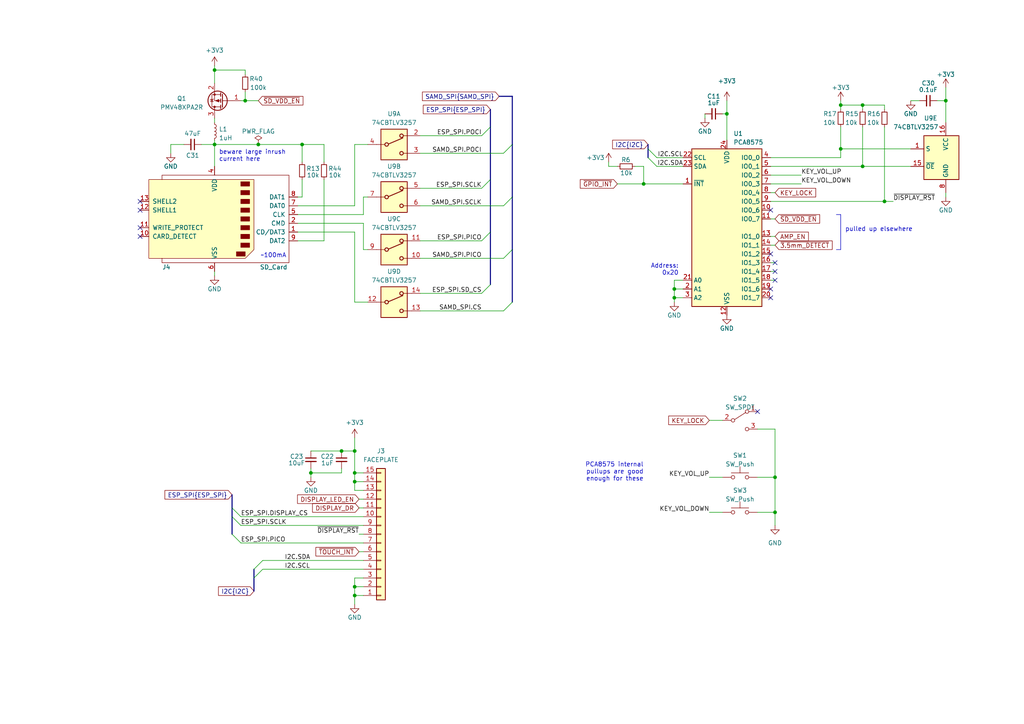
<source format=kicad_sch>
(kicad_sch (version 20230121) (generator eeschema)
  (paper "A4")
  (title_block (title "gay ipod storage + usb interface") (date "2022-09-04") (rev "1"))
  (lib_symbols
    (symbol "74xx:74CBTLV3257"
      (property "Reference" "U" (at 17.78 1.27 0))
      (property "Value" "74CBTLV3257" (at 15.24 -1.27 0))
      (symbol "74CBTLV3257_1_1"
        (rectangle (start -3.81 4.445) (end 3.81 -4.445) (stroke (width 0.254)) (fill (type background)))
        (circle (center -2.159 0) (radius 0.508) (stroke (width 0.254)))
        (polyline (pts (xy -5.08 0) (xy -2.794 0)))
        (polyline (pts (xy -1.651 0.127) (xy 2.54 1.905)) (stroke (width 0.254)))
        (polyline (pts (xy 5.08 -2.54) (xy 2.794 -2.54)))
        (polyline (pts (xy 5.08 2.54) (xy 2.794 2.54)))
        (circle (center 2.159 -2.54) (radius 0.508) (stroke (width 0.254)))
        (circle (center 2.159 2.54) (radius 0.508) (stroke (width 0.254)))
        (pin passive line (at 7.62 2.54 180) (length 2.54) (name "~") (number "2"))
        (pin passive line (at 7.62 -2.54 180) (length 2.54) (name "~") (number "3"))
        (pin passive line (at -7.62 0 0) (length 2.54) (name "~") (number "4"))
      )
      (symbol "74CBTLV3257_2_1"
        (rectangle (start -3.81 4.445) (end 3.81 -4.445) (stroke (width 0.254)) (fill (type background)))
        (circle (center -2.159 0) (radius 0.508) (stroke (width 0.254)))
        (polyline (pts (xy -5.08 0) (xy -2.794 0)))
        (polyline (pts (xy -1.651 0.127) (xy 2.54 1.905)) (stroke (width 0.254)))
        (polyline (pts (xy 5.08 -2.54) (xy 2.794 -2.54)))
        (polyline (pts (xy 5.08 2.54) (xy 2.794 2.54)))
        (circle (center 2.159 -2.54) (radius 0.508) (stroke (width 0.254)))
        (circle (center 2.159 2.54) (radius 0.508) (stroke (width 0.254)))
        (pin passive line (at 7.62 2.54 180) (length 2.54) (name "~") (number "5"))
        (pin passive line (at 7.62 -2.54 180) (length 2.54) (name "~") (number "6"))
        (pin passive line (at -7.62 0 0) (length 2.54) (name "~") (number "7"))
      )
      (symbol "74CBTLV3257_3_1"
        (rectangle (start -3.81 4.445) (end 3.81 -4.445) (stroke (width 0.254)) (fill (type background)))
        (circle (center -2.159 0) (radius 0.508) (stroke (width 0.254)))
        (polyline (pts (xy -5.08 0) (xy -2.794 0)))
        (polyline (pts (xy -1.651 0.127) (xy 2.54 1.905)) (stroke (width 0.254)))
        (polyline (pts (xy 5.08 -2.54) (xy 2.794 -2.54)))
        (polyline (pts (xy 5.08 2.54) (xy 2.794 2.54)))
        (circle (center 2.159 -2.54) (radius 0.508) (stroke (width 0.254)))
        (circle (center 2.159 2.54) (radius 0.508) (stroke (width 0.254)))
        (pin passive line (at 7.62 -2.54 180) (length 2.54) (name "~") (number "10"))
        (pin passive line (at 7.62 2.54 180) (length 2.54) (name "~") (number "11"))
        (pin passive line (at -7.62 0 0) (length 2.54) (name "~") (number "9"))
      )
      (symbol "74CBTLV3257_4_1"
        (rectangle (start -3.81 4.445) (end 3.81 -4.445) (stroke (width 0.254)) (fill (type background)))
        (circle (center -2.159 0) (radius 0.508) (stroke (width 0.254)))
        (polyline (pts (xy -5.08 0) (xy -2.794 0)))
        (polyline (pts (xy -1.651 0.127) (xy 2.54 1.905)) (stroke (width 0.254)))
        (polyline (pts (xy 5.08 -2.54) (xy 2.794 -2.54)))
        (polyline (pts (xy 5.08 2.54) (xy 2.794 2.54)))
        (circle (center 2.159 -2.54) (radius 0.508) (stroke (width 0.254)))
        (circle (center 2.159 2.54) (radius 0.508) (stroke (width 0.254)))
        (pin passive line (at -7.62 0 0) (length 2.54) (name "~") (number "12"))
        (pin passive line (at 7.62 -2.54 180) (length 2.54) (name "~") (number "13"))
        (pin passive line (at 7.62 2.54 180) (length 2.54) (name "~") (number "14"))
      )
      (symbol "74CBTLV3257_5_1"
        (rectangle (start 3.81 6.35) (end -6.35 -6.35) (stroke (width 0.254)) (fill (type background)))
        (pin input line (at -10.16 2.54 0) (length 3.81) (name "S") (number "1"))
        (pin input line (at -10.16 -2.54 0) (length 3.81) (name "~{OE}") (number "15"))
        (pin power_in line (at 0 10.16 270) (length 3.81) (name "VCC") (number "16"))
        (pin power_in line (at 0 -10.16 90) (length 3.81) (name "GND") (number "8"))
      )
    )
    (symbol "Connector_Generic:Conn_01x15" (pin_names (offset 1.016) hide)
      (property "Reference" "J" (at 0 20.32 0))
      (property "Value" "Conn_01x15" (at 0 -20.32 0))
      (symbol "Conn_01x15_1_1"
        (rectangle (start -1.27 -17.653) (end 0 -17.907) (stroke (width 0.1524)))
        (rectangle (start -1.27 -15.113) (end 0 -15.367) (stroke (width 0.1524)))
        (rectangle (start -1.27 -12.573) (end 0 -12.827) (stroke (width 0.1524)))
        (rectangle (start -1.27 -10.033) (end 0 -10.287) (stroke (width 0.1524)))
        (rectangle (start -1.27 -7.493) (end 0 -7.747) (stroke (width 0.1524)))
        (rectangle (start -1.27 -4.953) (end 0 -5.207) (stroke (width 0.1524)))
        (rectangle (start -1.27 -2.413) (end 0 -2.667) (stroke (width 0.1524)))
        (rectangle (start -1.27 0.127) (end 0 -0.127) (stroke (width 0.1524)))
        (rectangle (start -1.27 2.667) (end 0 2.413) (stroke (width 0.1524)))
        (rectangle (start -1.27 5.207) (end 0 4.953) (stroke (width 0.1524)))
        (rectangle (start -1.27 7.747) (end 0 7.493) (stroke (width 0.1524)))
        (rectangle (start -1.27 10.287) (end 0 10.033) (stroke (width 0.1524)))
        (rectangle (start -1.27 12.827) (end 0 12.573) (stroke (width 0.1524)))
        (rectangle (start -1.27 15.367) (end 0 15.113) (stroke (width 0.1524)))
        (rectangle (start -1.27 17.907) (end 0 17.653) (stroke (width 0.1524)))
        (rectangle (start -1.27 19.05) (end 1.27 -19.05) (stroke (width 0.254)) (fill (type background)))
        (pin passive line (at -5.08 17.78 0) (length 3.81) (name "Pin_1") (number "1"))
        (pin passive line (at -5.08 -5.08 0) (length 3.81) (name "Pin_10") (number "10"))
        (pin passive line (at -5.08 -7.62 0) (length 3.81) (name "Pin_11") (number "11"))
        (pin passive line (at -5.08 -10.16 0) (length 3.81) (name "Pin_12") (number "12"))
        (pin passive line (at -5.08 -12.7 0) (length 3.81) (name "Pin_13") (number "13"))
        (pin passive line (at -5.08 -15.24 0) (length 3.81) (name "Pin_14") (number "14"))
        (pin passive line (at -5.08 -17.78 0) (length 3.81) (name "Pin_15") (number "15"))
        (pin passive line (at -5.08 15.24 0) (length 3.81) (name "Pin_2") (number "2"))
        (pin passive line (at -5.08 12.7 0) (length 3.81) (name "Pin_3") (number "3"))
        (pin passive line (at -5.08 10.16 0) (length 3.81) (name "Pin_4") (number "4"))
        (pin passive line (at -5.08 7.62 0) (length 3.81) (name "Pin_5") (number "5"))
        (pin passive line (at -5.08 5.08 0) (length 3.81) (name "Pin_6") (number "6"))
        (pin passive line (at -5.08 2.54 0) (length 3.81) (name "Pin_7") (number "7"))
        (pin passive line (at -5.08 0 0) (length 3.81) (name "Pin_8") (number "8"))
        (pin passive line (at -5.08 -2.54 0) (length 3.81) (name "Pin_9") (number "9"))
      )
    )
    (symbol "Device:C_Small" (pin_numbers hide) (pin_names (offset 0.254) hide)
      (property "Reference" "C" (at 0.254 1.778 0))
      (property "Value" "C_Small" (at 0.254 -2.032 0))
      (symbol "C_Small_0_1"
        (polyline (pts (xy -1.524 -0.508) (xy 1.524 -0.508)) (stroke (width 0.3302)))
        (polyline (pts (xy -1.524 0.508) (xy 1.524 0.508)) (stroke (width 0.3048)))
      )
      (symbol "C_Small_1_1"
        (pin passive line (at 0 2.54 270) (length 2.032) (name "~") (number "1"))
        (pin passive line (at 0 -2.54 90) (length 2.032) (name "~") (number "2"))
      )
    )
    (symbol "Device:L_Small" (pin_numbers hide) (pin_names (offset 0.254) hide)
      (property "Reference" "L" (at 0.762 1.016 0))
      (property "Value" "L_Small" (at 0.762 -1.016 0))
      (symbol "L_Small_0_1"
        (arc (start 0 -2.032) (mid 0.5058 -1.524) (end 0 -1.016))
        (arc (start 0 -1.016) (mid 0.5058 -0.508) (end 0 0))
        (arc (start 0 0) (mid 0.5058 0.508) (end 0 1.016))
        (arc (start 0 1.016) (mid 0.5058 1.524) (end 0 2.032))
      )
      (symbol "L_Small_1_1"
        (pin passive line (at 0 2.54 270) (length 0.508) (name "~") (number "1"))
        (pin passive line (at 0 -2.54 90) (length 0.508) (name "~") (number "2"))
      )
    )
    (symbol "Device:Q_PMOS_GSD" (pin_names (offset 0) hide)
      (property "Reference" "Q" (at 5.08 1.27 0))
      (property "Value" "Q_PMOS_GSD" (at 5.08 -1.27 0))
      (symbol "Q_PMOS_GSD_0_1"
        (polyline (pts (xy 0.254 0) (xy -2.54 0)))
        (polyline (pts (xy 0.254 1.905) (xy 0.254 -1.905)) (stroke (width 0.254)))
        (polyline (pts (xy 0.762 -1.27) (xy 0.762 -2.286)) (stroke (width 0.254)))
        (polyline (pts (xy 0.762 0.508) (xy 0.762 -0.508)) (stroke (width 0.254)))
        (polyline (pts (xy 0.762 2.286) (xy 0.762 1.27)) (stroke (width 0.254)))
        (polyline (pts (xy 2.54 2.54) (xy 2.54 1.778)))
        (polyline (pts (xy 2.54 -2.54) (xy 2.54 0) (xy 0.762 0)))
        (polyline (pts (xy 0.762 1.778) (xy 3.302 1.778) (xy 3.302 -1.778) (xy 0.762 -1.778)))
        (polyline (pts (xy 2.286 0) (xy 1.27 0.381) (xy 1.27 -0.381) (xy 2.286 0)) (fill (type outline)))
        (polyline (pts (xy 2.794 -0.508) (xy 2.921 -0.381) (xy 3.683 -0.381) (xy 3.81 -0.254)))
        (polyline (pts (xy 3.302 -0.381) (xy 2.921 0.254) (xy 3.683 0.254) (xy 3.302 -0.381)))
        (circle (center 1.651 0) (radius 2.794) (stroke (width 0.254)))
        (circle (center 2.54 -1.778) (radius 0.254) (fill (type outline)))
        (circle (center 2.54 1.778) (radius 0.254) (fill (type outline)))
      )
      (symbol "Q_PMOS_GSD_1_1"
        (pin input line (at -5.08 0 0) (length 2.54) (name "G") (number "1"))
        (pin passive line (at 2.54 -5.08 90) (length 2.54) (name "S") (number "2"))
        (pin passive line (at 2.54 5.08 270) (length 2.54) (name "D") (number "3"))
      )
    )
    (symbol "Device:R_Small" (pin_numbers hide) (pin_names (offset 0.254) hide)
      (property "Reference" "R" (at 0.762 0.508 0))
      (property "Value" "R_Small" (at 0.762 -1.016 0))
      (symbol "R_Small_0_1"
        (rectangle (start -0.762 1.778) (end 0.762 -1.778) (stroke (width 0.2032)))
      )
      (symbol "R_Small_1_1"
        (pin passive line (at 0 2.54 270) (length 0.762) (name "~") (number "1"))
        (pin passive line (at 0 -2.54 90) (length 0.762) (name "~") (number "2"))
      )
    )
    (symbol "Interface_Expansion:PCA9555D"
      (property "Reference" "U" (at -8.89 24.13 0))
      (property "Value" "PCA9555D" (at 6.35 24.13 0))
      (symbol "PCA9555D_0_1"
        (rectangle (start -10.16 22.86) (end 10.16 -22.86) (stroke (width 0.254)) (fill (type background)))
      )
      (symbol "PCA9555D_1_1"
        (pin open_collector line (at -12.7 12.7 0) (length 2.54) (name "~{INT}") (number "1"))
        (pin bidirectional line (at 12.7 5.08 180) (length 2.54) (name "IO0_6") (number "10"))
        (pin bidirectional line (at 12.7 2.54 180) (length 2.54) (name "IO0_7") (number "11"))
        (pin power_in line (at 0 -25.4 90) (length 2.54) (name "VSS") (number "12"))
        (pin bidirectional line (at 12.7 -2.54 180) (length 2.54) (name "IO1_0") (number "13"))
        (pin bidirectional line (at 12.7 -5.08 180) (length 2.54) (name "IO1_1") (number "14"))
        (pin bidirectional line (at 12.7 -7.62 180) (length 2.54) (name "IO1_2") (number "15"))
        (pin bidirectional line (at 12.7 -10.16 180) (length 2.54) (name "IO1_3") (number "16"))
        (pin bidirectional line (at 12.7 -12.7 180) (length 2.54) (name "IO1_4") (number "17"))
        (pin bidirectional line (at 12.7 -15.24 180) (length 2.54) (name "IO1_5") (number "18"))
        (pin bidirectional line (at 12.7 -17.78 180) (length 2.54) (name "IO1_6") (number "19"))
        (pin input line (at -12.7 -17.78 0) (length 2.54) (name "A1") (number "2"))
        (pin bidirectional line (at 12.7 -20.32 180) (length 2.54) (name "IO1_7") (number "20"))
        (pin input line (at -12.7 -15.24 0) (length 2.54) (name "A0") (number "21"))
        (pin input line (at -12.7 20.32 0) (length 2.54) (name "SCL") (number "22"))
        (pin bidirectional line (at -12.7 17.78 0) (length 2.54) (name "SDA") (number "23"))
        (pin power_in line (at 0 25.4 270) (length 2.54) (name "VDD") (number "24"))
        (pin input line (at -12.7 -20.32 0) (length 2.54) (name "A2") (number "3"))
        (pin bidirectional line (at 12.7 20.32 180) (length 2.54) (name "IO0_0") (number "4"))
        (pin bidirectional line (at 12.7 17.78 180) (length 2.54) (name "IO0_1") (number "5"))
        (pin bidirectional line (at 12.7 15.24 180) (length 2.54) (name "IO0_2") (number "6"))
        (pin bidirectional line (at 12.7 12.7 180) (length 2.54) (name "IO0_3") (number "7"))
        (pin bidirectional line (at 12.7 10.16 180) (length 2.54) (name "IO0_4") (number "8"))
        (pin bidirectional line (at 12.7 7.62 180) (length 2.54) (name "IO0_5") (number "9"))
      )
    )
    (symbol "Switch:SW_Push" (pin_numbers hide) (pin_names (offset 1.016) hide)
      (property "Reference" "SW" (at 1.27 2.54 0))
      (property "Value" "SW_Push" (at 0 -1.524 0))
      (symbol "SW_Push_0_1"
        (circle (center -2.032 0) (radius 0.508))
        (polyline (pts (xy 0 1.27) (xy 0 3.048)))
        (polyline (pts (xy 2.54 1.27) (xy -2.54 1.27)))
        (circle (center 2.032 0) (radius 0.508))
        (pin passive line (at -5.08 0 0) (length 2.54) (name "1") (number "1"))
        (pin passive line (at 5.08 0 180) (length 2.54) (name "2") (number "2"))
      )
    )
    (symbol "Switch:SW_SPDT" (pin_names (offset 0) hide)
      (property "Reference" "SW" (at 0 4.318 0))
      (property "Value" "SW_SPDT" (at 0 -5.08 0))
      (symbol "SW_SPDT_0_0"
        (circle (center -2.032 0) (radius 0.508))
        (circle (center 2.032 -2.54) (radius 0.508))
      )
      (symbol "SW_SPDT_0_1"
        (polyline (pts (xy -1.524 0.254) (xy 1.651 2.286)))
        (circle (center 2.032 2.54) (radius 0.508))
      )
      (symbol "SW_SPDT_1_1"
        (pin passive line (at 5.08 2.54 180) (length 2.54) (name "A") (number "1"))
        (pin passive line (at -5.08 0 0) (length 2.54) (name "B") (number "2"))
        (pin passive line (at 5.08 -2.54 180) (length 2.54) (name "C") (number "3"))
      )
    )
    (symbol "power:+3V3" (power) (pin_names (offset 0))
      (property "Value" "+3V3" (at 0 3.556 0))
      (symbol "+3V3_0_1"
        (polyline (pts (xy -0.762 1.27) (xy 0 2.54)))
        (polyline (pts (xy 0 0) (xy 0 2.54)))
        (polyline (pts (xy 0 2.54) (xy 0.762 1.27)))
      )
      (symbol "+3V3_1_1"
        (pin power_in line (at 0 0 90) (length 0) hide (name "+3V3") (number "1"))
      )
    )
    (symbol "power:GND" (power) (pin_names (offset 0))
      (property "Value" "GND" (at 0 -3.81 0))
      (symbol "GND_0_1"
        (polyline (pts (xy 0 0) (xy 0 -1.27) (xy 1.27 -1.27) (xy 0 -2.54) (xy -1.27 -1.27) (xy 0 -1.27)))
      )
      (symbol "GND_1_1"
        (pin power_in line (at 0 0 270) (length 0) hide (name "GND") (number "1"))
      )
    )
    (symbol "power:PWR_FLAG" (power) (pin_numbers hide) (pin_names (offset 0) hide)
      (property "Value" "PWR_FLAG" (at 0 3.81 0))
      (symbol "PWR_FLAG_0_0"
        (pin power_out line (at 0 0 90) (length 0) (name "pwr") (number "1"))
      )
      (symbol "PWR_FLAG_0_1"
        (polyline (pts (xy 0 0) (xy 0 1.27) (xy -1.016 1.905) (xy 0 2.54) (xy 1.016 1.905) (xy 0 1.27)))
      )
    )
    (symbol "symbols:SD_Card" (pin_names (offset 1.016))
      (property "Reference" "J" (at -16.51 13.97 0))
      (property "Value" "SD_Card" (at 15.24 -13.97 0))
      (symbol "SD_Card_0_1"
        (rectangle (start -8.89 -9.525) (end -6.35 -10.795) (fill (type outline)))
        (rectangle (start -8.89 -6.985) (end -6.35 -8.255) (fill (type outline)))
        (rectangle (start -8.89 -4.445) (end -6.35 -5.715) (fill (type outline)))
        (rectangle (start -8.89 -1.905) (end -6.35 -3.175) (fill (type outline)))
        (rectangle (start -8.89 0.635) (end -6.35 -0.635) (fill (type outline)))
        (rectangle (start -8.89 3.175) (end -6.35 1.905) (fill (type outline)))
        (rectangle (start -8.89 5.715) (end -6.35 4.445) (fill (type outline)))
        (rectangle (start -8.89 8.255) (end -6.35 6.985) (fill (type outline)))
        (rectangle (start -7.62 10.795) (end -5.08 9.525) (fill (type outline)))
        (polyline (pts (xy -10.16 8.89) (xy -7.62 11.43) (xy 20.32 11.43) (xy 20.32 -11.43) (xy -10.16 -11.43) (xy -10.16 8.89)) (fill (type background)))
        (polyline (pts (xy 16.51 11.43) (xy 16.51 12.7) (xy -20.32 12.7) (xy -20.32 -12.7) (xy 16.51 -12.7) (xy 16.51 -11.43)))
      )
      (symbol "SD_Card_1_1"
        (pin input line (at -22.86 3.81 0) (length 2.54) (name "CD/DAT3") (number "1"))
        (pin input line (at 22.86 5.08 180) (length 2.54) (name "CARD_DETECT") (number "10"))
        (pin input line (at 22.86 2.54 180) (length 2.54) (name "WRITE_PROTECT") (number "11"))
        (pin input line (at 22.86 -2.54 180) (length 2.54) (name "SHELL1") (number "12"))
        (pin input line (at 22.86 -5.08 180) (length 2.54) (name "SHELL2") (number "13"))
        (pin input line (at -22.86 1.27 0) (length 2.54) (name "CMD") (number "2"))
        (pin power_in line (at 1.27 15.24 270) (length 2.54) hide (name "VSS") (number "3"))
        (pin power_in line (at 1.27 -15.24 90) (length 2.54) (name "VDD") (number "4"))
        (pin input line (at -22.86 -1.27 0) (length 2.54) (name "CLK") (number "5"))
        (pin power_in line (at 1.27 15.24 270) (length 2.54) (name "VSS") (number "6"))
        (pin input line (at -22.86 -3.81 0) (length 2.54) (name "DAT0") (number "7"))
        (pin input line (at -22.86 -6.35 0) (length 2.54) (name "DAT1") (number "8"))
        (pin input line (at -22.86 6.35 0) (length 2.54) (name "DAT2") (number "9"))
      )
    )
  )
  (junction (at 195.58 86.36))
  (junction (at 102.87 139.7))
  (junction (at 99.06 130.81))
  (junction (at 102.87 170.18))
  (junction (at 74.93 41.91))
  (junction (at 243.84 43.18))
  (junction (at 62.23 20.32))
  (junction (at 102.87 172.72))
  (junction (at 274.32 29.21))
  (junction (at 224.79 148.59))
  (junction (at 243.84 30.48))
  (junction (at 250.19 48.26))
  (junction (at 102.87 137.16))
  (junction (at 210.82 33.02))
  (junction (at 87.63 41.91))
  (junction (at 195.58 83.82))
  (junction (at 62.23 41.91))
  (junction (at 250.19 30.48))
  (junction (at 256.54 58.42))
  (junction (at 224.79 138.43))
  (junction (at 71.12 29.21))
  (junction (at 90.17 137.16))
  (junction (at 102.87 130.81))
  (junction (at 186.69 53.34))
  (no_connect (at 224.79 76.2))
  (no_connect (at 224.79 78.74))
  (no_connect (at 40.64 58.42))
  (no_connect (at 40.64 66.04))
  (no_connect (at 224.79 81.28))
  (no_connect (at 223.52 86.36))
  (no_connect (at 40.64 68.58))
  (no_connect (at 223.52 73.66))
  (no_connect (at 219.71 119.38))
  (no_connect (at 40.64 60.96))
  (no_connect (at 223.52 83.82))
  (no_connect (at 223.52 60.96))
  (bus_entry (at 69.85 152.4) (size -2.54 -2.54))
  (bus_entry (at 187.96 43.18) (size 2.54 2.54))
  (bus_entry (at 139.7 69.85) (size 2.54 -2.54))
  (bus_entry (at 139.7 85.09) (size 2.54 -2.54))
  (bus_entry (at 139.7 39.37) (size 2.54 -2.54))
  (bus_entry (at 139.7 54.61) (size 2.54 -2.54))
  (bus_entry (at 187.96 45.72) (size 2.54 2.54))
  (bus_entry (at 146.05 44.45) (size 2.54 -2.54))
  (bus_entry (at 146.05 74.93) (size 2.54 -2.54))
  (bus_entry (at 146.05 59.69) (size 2.54 -2.54))
  (bus_entry (at 69.85 157.48) (size -2.54 -2.54))
  (bus_entry (at 73.66 165.1) (size 2.54 -2.54))
  (bus_entry (at 73.66 167.64) (size 2.54 -2.54))
  (bus_entry (at 146.05 90.17) (size 2.54 -2.54))
  (bus_entry (at 69.85 149.86) (size -2.54 -2.54))
  (wire (pts (xy 195.58 83.82) (xy 195.58 86.36)))
  (wire (pts (xy 195.58 86.36) (xy 195.58 87.63)))
  (bus (pts (xy 67.31 147.32) (xy 67.31 149.86)))
  (wire (pts (xy 224.79 138.43) (xy 224.79 148.59)))
  (polyline (pts (xy 242.57 72.39) (xy 243.84 72.39)))
  (wire (pts (xy 69.85 149.86) (xy 105.41 149.86)))
  (wire (pts (xy 219.71 124.46) (xy 224.79 124.46)))
  (wire (pts (xy 243.84 36.83) (xy 243.84 43.18)))
  (wire (pts (xy 259.08 58.42) (xy 256.54 58.42)))
  (bus (pts (xy 144.78 27.94) (xy 148.59 27.94)))
  (wire (pts (xy 90.17 130.81) (xy 99.06 130.81)))
  (wire (pts (xy 49.53 41.91) (xy 49.53 44.45)))
  (wire (pts (xy 102.87 172.72) (xy 105.41 172.72)))
  (bus (pts (xy 73.66 165.1) (xy 73.66 167.64)))
  (wire (pts (xy 62.23 80.01) (xy 62.23 78.74)))
  (wire (pts (xy 274.32 25.4) (xy 274.32 29.21)))
  (wire (pts (xy 210.82 29.21) (xy 210.82 33.02)))
  (wire (pts (xy 102.87 41.91) (xy 102.87 59.69)))
  (wire (pts (xy 74.93 29.21) (xy 71.12 29.21)))
  (wire (pts (xy 104.14 147.32) (xy 105.41 147.32)))
  (wire (pts (xy 186.69 48.26) (xy 186.69 53.34)))
  (wire (pts (xy 87.63 41.91) (xy 93.98 41.91)))
  (bus (pts (xy 142.24 36.83) (xy 142.24 52.07)))
  (wire (pts (xy 224.79 78.74) (xy 223.52 78.74)))
  (wire (pts (xy 243.84 45.72) (xy 243.84 43.18)))
  (wire (pts (xy 71.12 26.67) (xy 71.12 29.21)))
  (wire (pts (xy 224.79 124.46) (xy 224.79 138.43)))
  (wire (pts (xy 184.15 48.26) (xy 186.69 48.26)))
  (wire (pts (xy 250.19 30.48) (xy 256.54 30.48)))
  (wire (pts (xy 223.52 53.34) (xy 232.41 53.34)))
  (wire (pts (xy 179.07 53.34) (xy 186.69 53.34)))
  (wire (pts (xy 58.42 41.91) (xy 62.23 41.91)))
  (wire (pts (xy 87.63 41.91) (xy 87.63 46.99)))
  (wire (pts (xy 223.52 48.26) (xy 250.19 48.26)))
  (wire (pts (xy 105.41 64.77) (xy 105.41 72.39)))
  (wire (pts (xy 256.54 36.83) (xy 256.54 58.42)))
  (wire (pts (xy 102.87 175.26) (xy 102.87 172.72)))
  (wire (pts (xy 69.85 152.4) (xy 105.41 152.4)))
  (wire (pts (xy 190.5 48.26) (xy 198.12 48.26)))
  (wire (pts (xy 102.87 170.18) (xy 102.87 172.72)))
  (wire (pts (xy 99.06 137.16) (xy 90.17 137.16)))
  (wire (pts (xy 102.87 67.31) (xy 102.87 87.63)))
  (wire (pts (xy 121.92 90.17) (xy 146.05 90.17)))
  (wire (pts (xy 176.53 48.26) (xy 179.07 48.26)))
  (wire (pts (xy 86.36 59.69) (xy 102.87 59.69)))
  (wire (pts (xy 256.54 30.48) (xy 256.54 31.75)))
  (bus (pts (xy 142.24 67.31) (xy 142.24 82.55)))
  (wire (pts (xy 198.12 83.82) (xy 195.58 83.82)))
  (wire (pts (xy 198.12 81.28) (xy 195.58 81.28)))
  (wire (pts (xy 219.71 138.43) (xy 224.79 138.43)))
  (wire (pts (xy 209.55 33.02) (xy 210.82 33.02)))
  (bus (pts (xy 148.59 27.94) (xy 148.59 41.91)))
  (wire (pts (xy 105.41 72.39) (xy 106.68 72.39)))
  (wire (pts (xy 99.06 135.89) (xy 99.06 137.16)))
  (bus (pts (xy 187.96 41.91) (xy 187.96 43.18)))
  (wire (pts (xy 104.14 154.94) (xy 105.41 154.94)))
  (wire (pts (xy 102.87 87.63) (xy 106.68 87.63)))
  (wire (pts (xy 74.93 41.91) (xy 87.63 41.91)))
  (wire (pts (xy 224.79 71.12) (xy 223.52 71.12)))
  (wire (pts (xy 62.23 41.91) (xy 74.93 41.91)))
  (wire (pts (xy 224.79 76.2) (xy 223.52 76.2)))
  (wire (pts (xy 224.79 63.5) (xy 223.52 63.5)))
  (wire (pts (xy 264.16 29.21) (xy 266.7 29.21)))
  (wire (pts (xy 90.17 138.43) (xy 90.17 137.16)))
  (wire (pts (xy 223.52 50.8) (xy 232.41 50.8)))
  (wire (pts (xy 105.41 62.23) (xy 105.41 57.15)))
  (wire (pts (xy 62.23 19.05) (xy 62.23 20.32)))
  (wire (pts (xy 243.84 43.18) (xy 264.16 43.18)))
  (wire (pts (xy 223.52 45.72) (xy 243.84 45.72)))
  (wire (pts (xy 121.92 85.09) (xy 139.7 85.09)))
  (wire (pts (xy 62.23 40.64) (xy 62.23 41.91)))
  (wire (pts (xy 243.84 30.48) (xy 243.84 31.75)))
  (wire (pts (xy 102.87 137.16) (xy 105.41 137.16)))
  (wire (pts (xy 186.69 53.34) (xy 198.12 53.34)))
  (wire (pts (xy 121.92 69.85) (xy 139.7 69.85)))
  (wire (pts (xy 62.23 20.32) (xy 62.23 24.13)))
  (wire (pts (xy 121.92 44.45) (xy 146.05 44.45)))
  (wire (pts (xy 104.14 160.02) (xy 105.41 160.02)))
  (wire (pts (xy 76.2 165.1) (xy 105.41 165.1)))
  (bus (pts (xy 187.96 43.18) (xy 187.96 45.72)))
  (wire (pts (xy 204.47 33.02) (xy 204.47 34.29)))
  (wire (pts (xy 176.53 46.99) (xy 176.53 48.26)))
  (wire (pts (xy 93.98 46.99) (xy 93.98 41.91)))
  (wire (pts (xy 224.79 68.58) (xy 223.52 68.58)))
  (wire (pts (xy 256.54 58.42) (xy 223.52 58.42)))
  (bus (pts (xy 148.59 57.15) (xy 148.59 72.39)))
  (wire (pts (xy 250.19 48.26) (xy 264.16 48.26)))
  (wire (pts (xy 71.12 21.59) (xy 71.12 20.32)))
  (wire (pts (xy 102.87 142.24) (xy 102.87 139.7)))
  (wire (pts (xy 274.32 29.21) (xy 274.32 35.56)))
  (wire (pts (xy 90.17 137.16) (xy 90.17 135.89)))
  (wire (pts (xy 105.41 139.7) (xy 102.87 139.7)))
  (wire (pts (xy 274.32 57.15) (xy 274.32 55.88)))
  (wire (pts (xy 49.53 41.91) (xy 53.34 41.91)))
  (wire (pts (xy 121.92 74.93) (xy 146.05 74.93)))
  (bus (pts (xy 67.31 149.86) (xy 67.31 154.94)))
  (bus (pts (xy 142.24 31.75) (xy 142.24 36.83)))
  (wire (pts (xy 76.2 162.56) (xy 105.41 162.56)))
  (wire (pts (xy 62.23 34.29) (xy 62.23 35.56)))
  (wire (pts (xy 121.92 59.69) (xy 146.05 59.69)))
  (wire (pts (xy 87.63 52.07) (xy 87.63 57.15)))
  (wire (pts (xy 210.82 33.02) (xy 210.82 40.64)))
  (wire (pts (xy 71.12 29.21) (xy 69.85 29.21)))
  (wire (pts (xy 71.12 20.32) (xy 62.23 20.32)))
  (wire (pts (xy 243.84 30.48) (xy 250.19 30.48)))
  (bus (pts (xy 142.24 52.07) (xy 142.24 67.31)))
  (wire (pts (xy 104.14 144.78) (xy 105.41 144.78)))
  (wire (pts (xy 93.98 52.07) (xy 93.98 69.85)))
  (wire (pts (xy 106.68 41.91) (xy 102.87 41.91)))
  (wire (pts (xy 86.36 57.15) (xy 87.63 57.15)))
  (wire (pts (xy 102.87 130.81) (xy 99.06 130.81)))
  (wire (pts (xy 102.87 127) (xy 102.87 130.81)))
  (wire (pts (xy 86.36 64.77) (xy 105.41 64.77)))
  (wire (pts (xy 105.41 142.24) (xy 102.87 142.24)))
  (wire (pts (xy 250.19 36.83) (xy 250.19 48.26)))
  (wire (pts (xy 271.78 29.21) (xy 274.32 29.21)))
  (wire (pts (xy 102.87 167.64) (xy 102.87 170.18)))
  (wire (pts (xy 86.36 67.31) (xy 102.87 67.31)))
  (wire (pts (xy 121.92 39.37) (xy 139.7 39.37)))
  (wire (pts (xy 243.84 29.21) (xy 243.84 30.48)))
  (wire (pts (xy 121.92 54.61) (xy 139.7 54.61)))
  (bus (pts (xy 67.31 143.51) (xy 67.31 147.32)))
  (wire (pts (xy 86.36 62.23) (xy 105.41 62.23)))
  (wire (pts (xy 190.5 45.72) (xy 198.12 45.72)))
  (wire (pts (xy 105.41 57.15) (xy 106.68 57.15)))
  (wire (pts (xy 224.79 81.28) (xy 223.52 81.28)))
  (wire (pts (xy 219.71 148.59) (xy 224.79 148.59)))
  (bus (pts (xy 73.66 167.64) (xy 73.66 171.45)))
  (wire (pts (xy 62.23 48.26) (xy 62.23 41.91)))
  (wire (pts (xy 102.87 139.7) (xy 102.87 137.16)))
  (wire (pts (xy 198.12 86.36) (xy 195.58 86.36)))
  (polyline (pts (xy 243.84 62.23) (xy 243.84 72.39)))
  (wire (pts (xy 224.79 148.59) (xy 224.79 152.4)))
  (wire (pts (xy 195.58 81.28) (xy 195.58 83.82)))
  (wire (pts (xy 102.87 130.81) (xy 102.87 137.16)))
  (wire (pts (xy 205.74 138.43) (xy 209.55 138.43)))
  (polyline (pts (xy 242.57 62.23) (xy 243.84 62.23)))
  (bus (pts (xy 148.59 41.91) (xy 148.59 57.15)))
  (wire (pts (xy 224.79 55.88) (xy 223.52 55.88)))
  (wire (pts (xy 105.41 170.18) (xy 102.87 170.18)))
  (wire (pts (xy 86.36 69.85) (xy 93.98 69.85)))
  (wire (pts (xy 105.41 167.64) (xy 102.87 167.64)))
  (wire (pts (xy 205.74 148.59) (xy 209.55 148.59)))
  (bus (pts (xy 148.59 72.39) (xy 148.59 87.63)))
  (wire (pts (xy 69.85 157.48) (xy 105.41 157.48)))
  (wire (pts (xy 250.19 30.48) (xy 250.19 31.75)))
  (wire (pts (xy 205.74 121.92) (xy 209.55 121.92)))
  (text "beware large inrush\ncurrent here" (at 63.5 46.99 0) (effects (font (size 1.27 1.27)) (justify left bottom)))
  (text "~100mA" (at 75.565 74.93 0) (effects (font (size 1.27 1.27)) (justify left bottom)))
  (text "pulled up elsewhere" (at 245.11 67.31 0) (effects (font (size 1.27 1.27)) (justify left bottom)))
  (text "PCA8575 internal\npullups are good\nenough for these" (at 186.69 139.7 0) (effects (font (size 1.27 1.27)) (justify right bottom)))
  (text "Address:\n0x20" (at 196.85 80.01 0) (effects (font (size 1.27 1.27)) (justify right bottom)))
  (label "SAMD_SPI.POCI" (at 139.7 44.45 180))
  (label "I2C.SDA" (at 82.55 162.56 0))
  (label "I2C.SCL" (at 198.12 45.72 180))
  (label "SAMD_SPI.PICO" (at 139.7 74.93 180))
  (label "ESP_SPI.PICO" (at 139.7 69.85 180))
  (label "ESP_SPI.SD_CS" (at 139.7 85.09 180))
  (label "ESP_SPI.POCI" (at 139.7 39.37 180))
  (label "ESP_SPI.PICO" (at 69.85 157.48 0))
  (label "KEY_VOL_UP" (at 205.74 138.43 180) (property "Intersheetrefs" "${INTERSHEET_REFS}" (effects hide)))
  (label "SAMD_SPI.SCLK" (at 139.7 59.69 180))
  (label "~{DISPLAY_RST}" (at 104.14 154.94 180) (property "Intersheetrefs" "${INTERSHEET_REFS}" (effects hide)))
  (label "ESP_SPI.DISPLAY_CS" (at 69.85 149.86 0))
  (label "SAMD_SPI.CS" (at 139.7 90.17 180))
  (label "ESP_SPI.SCLK" (at 69.85 152.4 0))
  (label "KEY_VOL_UP" (at 232.41 50.8 0) (property "Intersheetrefs" "${INTERSHEET_REFS}" (effects hide)))
  (label "I2C.SDA" (at 198.12 48.26 180))
  (label "KEY_VOL_DOWN" (at 205.74 148.59 180) (property "Intersheetrefs" "${INTERSHEET_REFS}" (effects hide)))
  (label "KEY_VOL_DOWN" (at 232.41 53.34 0) (property "Intersheetrefs" "${INTERSHEET_REFS}" (effects hide)))
  (label "~{DISPLAY_RST}" (at 259.08 58.42 0) (property "Intersheetrefs" "${INTERSHEET_REFS}" (effects hide)))
  (label "ESP_SPI.SCLK" (at 139.7 54.61 180))
  (label "I2C.SCL" (at 82.55 165.1 0))
  (global_label "ESP_SPI{ESP_SPI}" (shape input) (at 142.24 31.75 180) (property "Intersheetrefs" "${INTERSHEET_REFS}" (effects hide)))
  (global_label "DISPLAY_LED_EN" (shape input) (at 104.14 144.78 180) (property "Intersheetrefs" "${INTERSHEET_REFS}" (effects hide)))
  (global_label "KEY_LOCK" (shape input) (at 205.74 121.92 180) (property "Intersheetrefs" "${INTERSHEET_REFS}" (effects hide)))
  (global_label "KEY_LOCK" (shape input) (at 224.79 55.88 0) (property "Intersheetrefs" "${INTERSHEET_REFS}" (effects hide)))
  (global_label "I2C{I2C}" (shape input) (at 73.66 171.45 180) (property "Intersheetrefs" "${INTERSHEET_REFS}" (effects hide)))
  (global_label "SAMD_SPI{SAMD_SPI}" (shape input) (at 144.78 27.94 180) (property "Intersheetrefs" "${INTERSHEET_REFS}" (effects hide)))
  (global_label "~{SD_VDD_EN}" (shape input) (at 74.93 29.21 0) (property "Intersheetrefs" "${INTERSHEET_REFS}" (effects hide)))
  (global_label "~{TOUCH_INT}" (shape input) (at 104.14 160.02 180) (property "Intersheetrefs" "${INTERSHEET_REFS}" (effects hide)))
  (global_label "I2C{I2C}" (shape input) (at 187.96 41.91 180) (property "Intersheetrefs" "${INTERSHEET_REFS}" (effects hide)))
  (global_label "~{SD_VDD_EN}" (shape input) (at 224.79 63.5 0) (property "Intersheetrefs" "${INTERSHEET_REFS}" (effects hide)))
  (global_label "ESP_SPI{ESP_SPI}" (shape input) (at 67.31 143.51 180) (property "Intersheetrefs" "${INTERSHEET_REFS}" (effects hide)))
  (global_label "DISPLAY_DR" (shape input) (at 104.14 147.32 180) (property "Intersheetrefs" "${INTERSHEET_REFS}" (effects hide)))
  (global_label "~{GPIO_INT}" (shape input) (at 179.07 53.34 180) (property "Intersheetrefs" "${INTERSHEET_REFS}" (effects hide)))
  (global_label "~{3.5mm_DETECT}" (shape input) (at 224.79 71.12 0) (property "Intersheetrefs" "${INTERSHEET_REFS}" (effects hide)))
  (global_label "AMP_EN" (shape input) (at 224.79 68.58 0) (property "Intersheetrefs" "${INTERSHEET_REFS}" (effects hide)))
  (symbol (lib_id "Device:R_Small") (at 87.63 49.53 0) (unit 1)
    (property "Reference" "R13" (at 90.805 48.895 0))
    (property "Value" "10k" (at 90.805 50.8 0))
    (property "Footprint" "Resistor_SMD:R_0603_1608Metric" (effects hide))
    (property "MPN" "AC0603JR-0710KL" (effects hide))
  )
  (symbol (lib_id "power:GND") (at 224.79 152.4 0) (unit 1)
    (property "Reference" "#PWR0413" (effects hide))
    (property "Value" "GND" (at 224.79 157.48 0))
  )
  (symbol (lib_id "Device:C_Small") (at 269.24 29.21 270) (unit 1)
    (property "Reference" "C30" (at 269.24 24.13 90))
    (property "Value" "0.1uF" (at 269.24 26.035 90))
    (property "Footprint" "Capacitor_SMD:C_0805_2012Metric" (effects hide))
    (property "MPN" "0805YD104KAT2A" (effects hide))
  )
  (symbol (lib_id "Interface_Expansion:PCA9555D") (at 210.82 66.04 0) (unit 1)
    (property "Reference" "U1" (at 212.725 38.735 0) (effects (justify left)))
    (property "Value" "PCA8575" (at 212.725 41.275 0) (effects (justify left)))
    (property "Footprint" "Package_SO:SSOP-24_3.9x8.7mm_P0.635mm" (effects hide))
    (property "Datasheet" "https://www.nxp.com/docs/en/data-sheet/PCA9555.pdf" (effects hide))
    (property "MPN" "PCA8575" (effects hide))
  )
  (symbol (lib_id "Device:R_Small") (at 93.98 49.53 0) (unit 1)
    (property "Reference" "R44" (at 97.155 48.895 0))
    (property "Value" "10k" (at 97.155 50.8 0))
    (property "Footprint" "Resistor_SMD:R_0603_1608Metric" (effects hide))
    (property "MPN" "AC0603JR-0710KL" (effects hide))
  )
  (symbol (lib_id "Switch:SW_SPDT") (at 214.63 121.92 0) (unit 1)
    (property "Reference" "SW2" (at 214.63 115.57 0))
    (property "Value" "SW_SPDT" (at 214.63 118.11 0))
    (property "Footprint" "Button_Switch_SMD:SW_SPDT_CK-JS102011SAQN" (effects hide))
    (property "MPN" "JS102011SAQN" (effects hide))
  )
  (symbol (lib_id "power:GND") (at 204.47 34.29 0) (unit 1)
    (property "Reference" "#PWR0410" (effects hide))
    (property "Value" "GND" (at 204.47 38.1 0))
  )
  (symbol (lib_id "Device:C_Small") (at 207.01 33.02 270) (unit 1)
    (property "Reference" "C11" (at 207.01 27.94 90))
    (property "Value" "1uF" (at 207.01 29.845 90))
    (property "Footprint" "Capacitor_SMD:C_0805_2012Metric" (effects hide))
    (property "MPN" "EMK212BJ105KG-T" (effects hide))
  )
  (symbol (lib_id "power:GND") (at 49.53 44.45 0) (unit 1)
    (property "Reference" "#PWR0402" (effects hide))
    (property "Value" "GND" (at 49.53 48.26 0))
  )
  (symbol (lib_id "Connector_Generic:Conn_01x15") (at 110.49 154.94 0) (mirror x) (unit 1)
    (property "Reference" "J3" (at 110.49 130.81 0))
    (property "Value" "FACEPLATE" (at 110.49 133.35 0))
    (property "Footprint" "footprints:molex_5052781533" (effects hide))
    (property "MPN" "5052781533" (effects hide))
  )
  (symbol (lib_id "74xx:74CBTLV3257") (at 114.3 87.63 0) (unit 4)
    (property "Reference" "U9" (at 114.3 78.74 0))
    (property "Value" "74CBTLV3257" (at 114.3 81.28 0))
    (property "Footprint" "Package_SO:TSSOP-16_4.4x5mm_P0.65mm" (effects hide))
    (property "Datasheet" "http://www.ti.com/lit/ds/symlink/sn74cbtlv3257.pdf" (effects hide))
    (property "MPN" "74CBTLV3257PW-Q10J" (effects hide))
  )
  (symbol (lib_id "power:+3V3") (at 274.32 25.4 0) (unit 1)
    (property "Reference" "#PWR0416" (effects hide))
    (property "Value" "+3V3" (at 274.32 21.59 0))
  )
  (symbol (lib_id "74xx:74CBTLV3257") (at 114.3 41.91 0) (unit 1)
    (property "Reference" "U9" (at 114.3 33.02 0))
    (property "Value" "74CBTLV3257" (at 114.3 35.56 0))
    (property "Footprint" "Package_SO:TSSOP-16_4.4x5mm_P0.65mm" (effects hide))
    (property "Datasheet" "http://www.ti.com/lit/ds/symlink/sn74cbtlv3257.pdf" (effects hide))
    (property "MPN" "74CBTLV3257PW-Q10J" (effects hide))
  )
  (symbol (lib_id "Device:R_Small") (at 243.84 34.29 0) (unit 1)
    (property "Reference" "R17" (at 238.76 33.02 0) (effects (justify left)))
    (property "Value" "10k" (at 238.76 35.56 0) (effects (justify left)))
    (property "Footprint" "Capacitor_SMD:C_0603_1608Metric" (effects hide))
    (property "MPN" "AC0603JR-0710KL" (effects hide))
  )
  (symbol (lib_id "74xx:74CBTLV3257") (at 114.3 72.39 0) (unit 3)
    (property "Reference" "U9" (at 114.3 63.5 0))
    (property "Value" "74CBTLV3257" (at 114.3 66.04 0))
    (property "Footprint" "Package_SO:TSSOP-16_4.4x5mm_P0.65mm" (effects hide))
    (property "Datasheet" "http://www.ti.com/lit/ds/symlink/sn74cbtlv3257.pdf" (effects hide))
    (property "MPN" "74CBTLV3257PW-Q10J" (effects hide))
  )
  (symbol (lib_id "Switch:SW_Push") (at 214.63 138.43 0) (unit 1)
    (property "Reference" "SW1" (at 214.63 132.08 0))
    (property "Value" "SW_Push" (at 214.63 134.62 0))
    (property "Footprint" "Button_Switch_THT:SW_SPST_Omron_B3F-315x_Angled" (effects hide))
    (property "MPN" "B3F-3150" (effects hide))
  )
  (symbol (lib_id "power:GND") (at 274.32 57.15 0) (unit 1)
    (property "Reference" "#PWR0417" (effects hide))
    (property "Value" "GND" (at 274.32 60.96 0))
  )
  (symbol (lib_id "power:GND") (at 264.16 29.21 0) (unit 1)
    (property "Reference" "#PWR0415" (effects hide))
    (property "Value" "GND" (at 264.16 33.02 0))
  )
  (symbol (lib_id "power:GND") (at 90.17 138.43 0) (unit 1)
    (property "Reference" "#PWR0405" (effects hide))
    (property "Value" "GND" (at 90.17 142.24 0))
  )
  (symbol (lib_id "Device:R_Small") (at 256.54 34.29 0) (unit 1)
    (property "Reference" "R16" (at 251.46 33.02 0) (effects (justify left)))
    (property "Value" "10k" (at 251.46 35.56 0) (effects (justify left)))
    (property "Footprint" "Capacitor_SMD:C_0603_1608Metric" (effects hide))
    (property "MPN" "AC0603JR-0710KL" (effects hide))
  )
  (symbol (lib_id "74xx:74CBTLV3257") (at 274.32 45.72 0) (unit 5)
    (property "Reference" "U9" (at 267.97 34.29 0) (effects (justify left)))
    (property "Value" "74CBTLV3257" (at 259.08 36.83 0) (effects (justify left)))
    (property "Footprint" "Package_SO:TSSOP-16_4.4x5mm_P0.65mm" (effects hide))
    (property "Datasheet" "http://www.ti.com/lit/ds/symlink/sn74cbtlv3257.pdf" (effects hide))
    (property "MPN" "74CBTLV3257PW-Q10J" (effects hide))
  )
  (symbol (lib_id "power:+3V3") (at 243.84 29.21 0) (unit 1)
    (property "Reference" "#PWR05" (effects hide))
    (property "Value" "+3V3" (at 243.84 25.4 0))
  )
  (symbol (lib_id "Device:C_Small") (at 99.06 133.35 0) (unit 1)
    (property "Reference" "C22" (at 94.9325 132.3975 0))
    (property "Value" "1uF" (at 94.9325 134.3025 0))
    (property "Footprint" "Capacitor_SMD:C_0805_2012Metric" (effects hide))
    (property "MPN" "EMK212BJ105KG-T" (effects hide))
  )
  (symbol (lib_id "power:PWR_FLAG") (at 74.93 41.91 0) (unit 1)
    (property "Reference" "#FLG0203" (effects hide))
    (property "Value" "PWR_FLAG" (at 74.93 38.1 0))
  )
  (symbol (lib_id "power:+3V3") (at 102.87 127 0) (unit 1)
    (property "Reference" "#PWR0406" (effects hide))
    (property "Value" "+3V3" (at 102.87 122.555 0))
  )
  (symbol (lib_id "Switch:SW_Push") (at 214.63 148.59 0) (unit 1)
    (property "Reference" "SW3" (at 214.63 142.24 0))
    (property "Value" "SW_Push" (at 214.63 144.78 0))
    (property "Footprint" "Button_Switch_THT:SW_SPST_Omron_B3F-315x_Angled" (effects hide))
    (property "MPN" "B3F-3150" (effects hide))
  )
  (symbol (lib_id "Device:R_Small") (at 71.12 24.13 180) (unit 1)
    (property "Reference" "R40" (at 74.295 22.86 0))
    (property "Value" "100k" (at 74.93 25.4 0))
    (property "Footprint" "Resistor_SMD:R_0603_1608Metric" (effects hide))
    (property "MPN" "RC0603JR-10100KL" (effects hide))
  )
  (symbol (lib_id "power:+3V3") (at 62.23 19.05 0) (unit 1)
    (property "Reference" "#PWR0403" (effects hide))
    (property "Value" "+3V3" (at 62.23 14.605 0))
  )
  (symbol (lib_id "power:GND") (at 102.87 175.26 0) (unit 1)
    (property "Reference" "#PWR0407" (effects hide))
    (property "Value" "GND" (at 102.87 179.07 0))
  )
  (symbol (lib_id "Device:R_Small") (at 181.61 48.26 90) (unit 1)
    (property "Reference" "R6" (at 182.88 46.355 90) (effects (justify left)))
    (property "Value" "10k" (at 183.515 50.165 90) (effects (justify left)))
    (property "Footprint" "Capacitor_SMD:C_0603_1608Metric" (effects hide))
    (property "MPN" "AC0603JR-0710KL" (effects hide))
  )
  (symbol (lib_id "power:GND") (at 210.82 91.44 0) (unit 1)
    (property "Reference" "#PWR0412" (effects hide))
    (property "Value" "GND" (at 210.82 95.25 0))
  )
  (symbol (lib_id "symbols:SD_Card") (at 63.5 63.5 180) (unit 1)
    (property "Reference" "J4" (at 48.26 77.47 0))
    (property "Value" "SD_Card" (at 79.375 77.47 0))
    (property "Footprint" "Connector_Card:SD_Hirose_DM1AA_SF_PEJ82" (effects hide))
    (property "Datasheet" "http://portal.fciconnect.com/Comergent//fci/drawing/10067847.pdf" (effects hide))
    (property "MPN" "DM1AA-SF-PEJ(82) " (effects hide))
  )
  (symbol (lib_id "Device:Q_PMOS_GSD") (at 64.77 29.21 180) (unit 1)
    (property "Reference" "Q1" (at 52.705 28.575 0))
    (property "Value" "PMV48XPA2R" (at 52.705 31.115 0))
    (property "Footprint" "Package_TO_SOT_SMD:SOT-23" (effects hide))
    (property "MPN" "PMV48XPA2R" (effects hide))
  )
  (symbol (lib_id "74xx:74CBTLV3257") (at 114.3 57.15 0) (unit 2)
    (property "Reference" "U9" (at 114.3 48.26 0))
    (property "Value" "74CBTLV3257" (at 114.3 50.8 0))
    (property "Footprint" "Package_SO:TSSOP-16_4.4x5mm_P0.65mm" (effects hide))
    (property "Datasheet" "http://www.ti.com/lit/ds/symlink/sn74cbtlv3257.pdf" (effects hide))
    (property "MPN" "74CBTLV3257PW-Q10J" (effects hide))
  )
  (symbol (lib_id "Device:L_Small") (at 62.23 38.1 0) (unit 1)
    (property "Reference" "L1" (at 63.5 37.465 0) (effects (justify left)))
    (property "Value" "1uH" (at 63.5 40.005 0) (effects (justify left)))
    (property "MPN" "NLCV32T-1R0M-PF" (effects hide))
  )
  (symbol (lib_id "power:+3V3") (at 210.82 29.21 0) (unit 1)
    (property "Reference" "#PWR0411" (effects hide))
    (property "Value" "+3V3" (at 210.82 23.495 0))
  )
  (symbol (lib_id "Device:C_Small") (at 90.17 133.35 0) (unit 1)
    (property "Reference" "C23" (at 86.0425 132.3975 0))
    (property "Value" "10uF" (at 86.0425 134.3025 0))
    (property "Footprint" "Capacitor_SMD:C_0805_2012Metric" (effects hide))
    (property "MPN" "EMK212ABJ106KG-T" (effects hide))
  )
  (symbol (lib_id "Device:R_Small") (at 250.19 34.29 0) (unit 1)
    (property "Reference" "R15" (at 245.11 33.02 0) (effects (justify left)))
    (property "Value" "10k" (at 245.11 35.56 0) (effects (justify left)))
    (property "Footprint" "Capacitor_SMD:C_0603_1608Metric" (effects hide))
    (property "MPN" "AC0603JR-0710KL" (effects hide))
  )
  (symbol (lib_id "power:GND") (at 62.23 80.01 0) (unit 1)
    (property "Reference" "#PWR0404" (effects hide))
    (property "Value" "GND" (at 62.23 83.82 0))
  )
  (symbol (lib_id "power:+3V3") (at 176.53 46.99 0) (unit 1)
    (property "Reference" "#PWR0408" (effects hide))
    (property "Value" "+3V3" (at 172.72 45.72 0))
  )
  (symbol (lib_id "power:GND") (at 195.58 87.63 0) (unit 1)
    (property "Reference" "#PWR0409" (effects hide))
    (property "Value" "GND" (at 195.58 91.44 0))
  )
  (symbol (lib_id "Device:C_Small") (at 55.88 41.91 270) (unit 1)
    (property "Reference" "C31" (at 55.88 45.085 90))
    (property "Value" "47uF" (at 55.88 38.735 90))
  )
)
</source>
